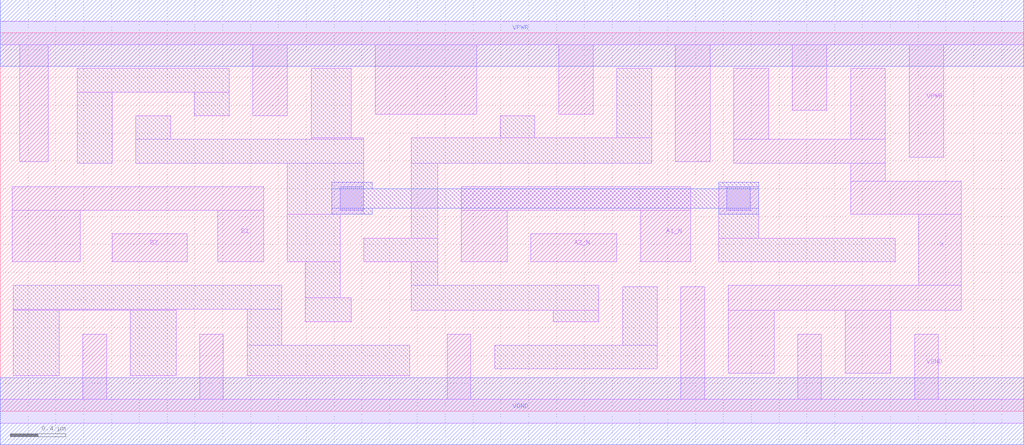
<source format=lef>
# Copyright 2020 The SkyWater PDK Authors
#
# Licensed under the Apache License, Version 2.0 (the "License");
# you may not use this file except in compliance with the License.
# You may obtain a copy of the License at
#
#     https://www.apache.org/licenses/LICENSE-2.0
#
# Unless required by applicable law or agreed to in writing, software
# distributed under the License is distributed on an "AS IS" BASIS,
# WITHOUT WARRANTIES OR CONDITIONS OF ANY KIND, either express or implied.
# See the License for the specific language governing permissions and
# limitations under the License.
#
# SPDX-License-Identifier: Apache-2.0

VERSION 5.5 ;
NAMESCASESENSITIVE ON ;
BUSBITCHARS "[]" ;
DIVIDERCHAR "/" ;
MACRO sky130_fd_sc_hd__o2bb2a_4
  CLASS CORE ;
  SOURCE USER ;
  ORIGIN  0.000000  0.000000 ;
  SIZE  7.360000 BY  2.720000 ;
  SYMMETRY X Y R90 ;
  SITE unithd ;
  PIN A1_N
    ANTENNAGATEAREA  0.495000 ;
    DIRECTION INPUT ;
    USE SIGNAL ;
    PORT
      LAYER li1 ;
        RECT 3.315000 1.075000 3.645000 1.445000 ;
        RECT 3.315000 1.445000 4.965000 1.615000 ;
        RECT 4.605000 1.075000 4.965000 1.445000 ;
    END
  END A1_N
  PIN A2_N
    ANTENNAGATEAREA  0.495000 ;
    DIRECTION INPUT ;
    USE SIGNAL ;
    PORT
      LAYER li1 ;
        RECT 3.815000 1.075000 4.435000 1.275000 ;
    END
  END A2_N
  PIN B1
    ANTENNAGATEAREA  0.495000 ;
    DIRECTION INPUT ;
    USE SIGNAL ;
    PORT
      LAYER li1 ;
        RECT 0.085000 1.075000 0.575000 1.445000 ;
        RECT 0.085000 1.445000 1.895000 1.615000 ;
        RECT 1.565000 1.075000 1.895000 1.445000 ;
    END
  END B1
  PIN B2
    ANTENNAGATEAREA  0.495000 ;
    DIRECTION INPUT ;
    USE SIGNAL ;
    PORT
      LAYER li1 ;
        RECT 0.805000 1.075000 1.345000 1.275000 ;
    END
  END B2
  PIN X
    ANTENNADIFFAREA  0.891000 ;
    DIRECTION OUTPUT ;
    USE SIGNAL ;
    PORT
      LAYER li1 ;
        RECT 5.235000 0.275000 5.565000 0.725000 ;
        RECT 5.235000 0.725000 6.910000 0.905000 ;
        RECT 5.275000 1.785000 6.365000 1.955000 ;
        RECT 5.275000 1.955000 5.525000 2.465000 ;
        RECT 6.075000 0.275000 6.405000 0.725000 ;
        RECT 6.115000 1.415000 6.910000 1.655000 ;
        RECT 6.115000 1.655000 6.365000 1.785000 ;
        RECT 6.115000 1.955000 6.365000 2.465000 ;
        RECT 6.605000 0.905000 6.910000 1.415000 ;
    END
  END X
  PIN VGND
    DIRECTION INOUT ;
    SHAPE ABUTMENT ;
    USE GROUND ;
    PORT
      LAYER li1 ;
        RECT 0.000000 -0.085000 7.360000 0.085000 ;
        RECT 0.595000  0.085000 0.765000 0.555000 ;
        RECT 1.435000  0.085000 1.605000 0.555000 ;
        RECT 3.215000  0.085000 3.385000 0.555000 ;
        RECT 4.895000  0.085000 5.065000 0.895000 ;
        RECT 5.735000  0.085000 5.905000 0.555000 ;
        RECT 6.575000  0.085000 6.745000 0.555000 ;
    END
    PORT
      LAYER met1 ;
        RECT 0.000000 -0.240000 7.360000 0.240000 ;
    END
  END VGND
  PIN VNB
    DIRECTION INOUT ;
    USE GROUND ;
    PORT
    END
  END VNB
  PIN VPB
    DIRECTION INOUT ;
    USE POWER ;
    PORT
    END
  END VPB
  PIN VPWR
    DIRECTION INOUT ;
    SHAPE ABUTMENT ;
    USE POWER ;
    PORT
      LAYER li1 ;
        RECT 0.000000 2.635000 7.360000 2.805000 ;
        RECT 0.140000 1.795000 0.345000 2.635000 ;
        RECT 1.815000 2.125000 2.065000 2.635000 ;
        RECT 2.695000 2.135000 3.425000 2.635000 ;
        RECT 4.015000 2.135000 4.265000 2.635000 ;
        RECT 4.855000 1.795000 5.105000 2.635000 ;
        RECT 5.695000 2.165000 5.945000 2.635000 ;
        RECT 6.535000 1.825000 6.785000 2.635000 ;
    END
    PORT
      LAYER met1 ;
        RECT 0.000000 2.480000 7.360000 2.960000 ;
    END
  END VPWR
  OBS
    LAYER li1 ;
      RECT 0.095000 0.255000 0.425000 0.725000 ;
      RECT 0.095000 0.725000 1.265000 0.735000 ;
      RECT 0.095000 0.735000 2.025000 0.905000 ;
      RECT 0.555000 1.785000 0.805000 2.295000 ;
      RECT 0.555000 2.295000 1.645000 2.465000 ;
      RECT 0.935000 0.255000 1.265000 0.725000 ;
      RECT 0.975000 1.785000 2.615000 1.955000 ;
      RECT 0.975000 1.955000 1.225000 2.125000 ;
      RECT 1.395000 2.125000 1.645000 2.295000 ;
      RECT 1.775000 0.255000 2.945000 0.475000 ;
      RECT 1.775000 0.475000 2.025000 0.735000 ;
      RECT 2.065000 1.075000 2.445000 1.415000 ;
      RECT 2.065000 1.415000 2.615000 1.785000 ;
      RECT 2.195000 0.645000 2.525000 0.815000 ;
      RECT 2.195000 0.815000 2.445000 1.075000 ;
      RECT 2.235000 1.955000 2.615000 1.965000 ;
      RECT 2.235000 1.965000 2.525000 2.465000 ;
      RECT 2.615000 1.075000 3.145000 1.245000 ;
      RECT 2.955000 0.725000 4.305000 0.905000 ;
      RECT 2.955000 0.905000 3.145000 1.075000 ;
      RECT 2.955000 1.245000 3.145000 1.785000 ;
      RECT 2.955000 1.785000 4.685000 1.965000 ;
      RECT 3.555000 0.305000 4.725000 0.475000 ;
      RECT 3.595000 1.965000 3.845000 2.125000 ;
      RECT 3.975000 0.645000 4.305000 0.725000 ;
      RECT 4.435000 1.965000 4.685000 2.465000 ;
      RECT 4.475000 0.475000 4.725000 0.895000 ;
      RECT 5.165000 1.075000 6.435000 1.245000 ;
      RECT 5.165000 1.245000 5.455000 1.615000 ;
    LAYER mcon ;
      RECT 2.445000 1.445000 2.615000 1.615000 ;
      RECT 5.225000 1.445000 5.395000 1.615000 ;
    LAYER met1 ;
      RECT 2.385000 1.415000 2.675000 1.460000 ;
      RECT 2.385000 1.460000 5.455000 1.600000 ;
      RECT 2.385000 1.600000 2.675000 1.645000 ;
      RECT 5.165000 1.415000 5.455000 1.460000 ;
      RECT 5.165000 1.600000 5.455000 1.645000 ;
  END
END sky130_fd_sc_hd__o2bb2a_4
END LIBRARY

</source>
